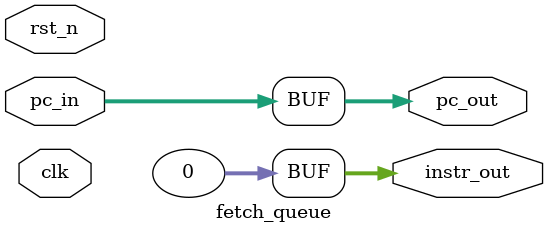
<source format=v>
module fetch_queue(
    input  wire        clk,
    input  wire        rst_n,
    input  wire [63:0] pc_in,
    output wire [63:0] pc_out,
    output wire [31:0] instr_out
);
    // For now just pass through the PC to instruction memory.
    assign pc_out = pc_in;
    assign instr_out = 32'b0;
endmodule

</source>
